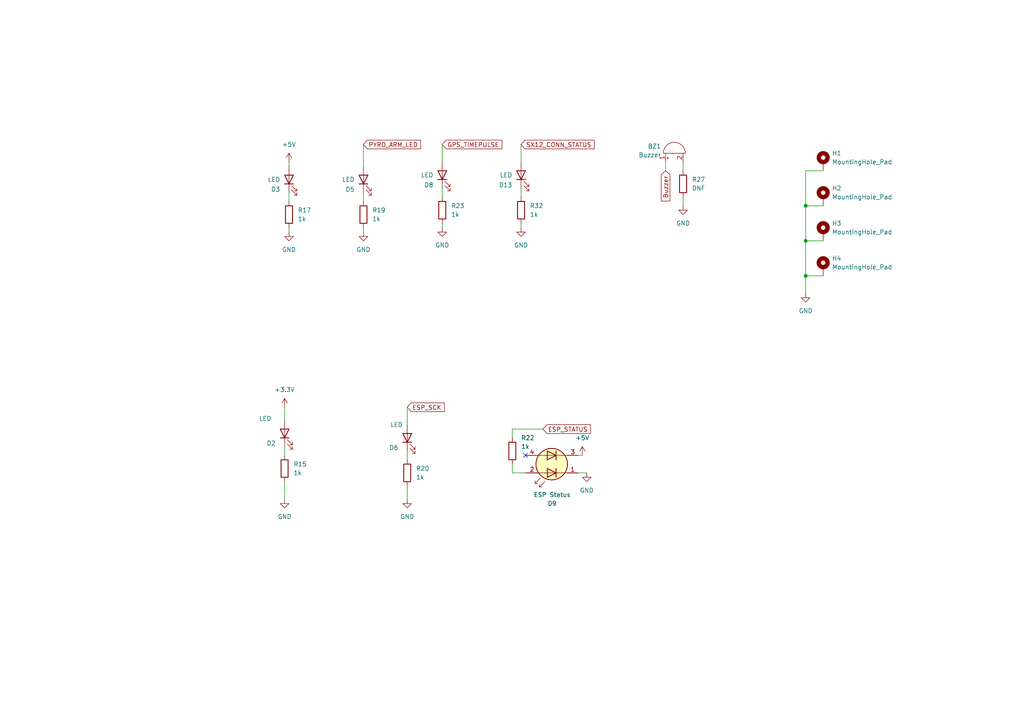
<source format=kicad_sch>
(kicad_sch (version 20231120) (generator "eeschema") (generator_version "8.0")
  (paper "A4")
  (lib_symbols
    (symbol "+5V_1" (power) (pin_numbers hide) (pin_names (offset 0) hide)
      (property "Value" "+5V" (at 0 3.556 0))
      (symbol "+5V_1_0_1"
        (polyline (pts (xy -0.762 1.27) (xy 0 2.54)))
        (polyline (pts (xy 0 0) (xy 0 2.54)))
        (polyline (pts (xy 0 2.54) (xy 0.762 1.27)))
      )
      (symbol "+5V_1_1_1"
        (pin power_in line (at 0 0 90) (length 0) (name "~") (number "1"))
      )
    )
    (symbol "Device:Buzzer" (pin_names (offset 0.0254) hide)
      (property "Reference" "BZ" (at 3.81 1.27 0))
      (property "Value" "Buzzer" (at 3.81 -1.27 0))
      (symbol "Buzzer_0_1"
        (arc (start 0 -3.175) (mid 3.1612 0) (end 0 3.175))
        (polyline (pts (xy -1.651 1.905) (xy -1.143 1.905)))
        (polyline (pts (xy -1.397 2.159) (xy -1.397 1.651)))
        (polyline (pts (xy 0 3.175) (xy 0 -3.175)))
      )
      (symbol "Buzzer_1_1"
        (pin passive line (at -2.54 2.54 0) (length 2.54) (name "+") (number "1"))
        (pin passive line (at -2.54 -2.54 0) (length 2.54) (name "-") (number "2"))
      )
    )
    (symbol "Device:LED" (pin_numbers hide) (pin_names (offset 1.016) hide)
      (property "Reference" "D" (at 0 2.54 0))
      (property "Value" "LED" (at 0 -2.54 0))
      (symbol "LED_0_1"
        (polyline (pts (xy -1.27 -1.27) (xy -1.27 1.27)) (stroke (width 0.254)))
        (polyline (pts (xy -1.27 0) (xy 1.27 0)))
        (polyline (pts (xy 1.27 -1.27) (xy 1.27 1.27) (xy -1.27 0) (xy 1.27 -1.27)) (stroke (width 0.254)))
        (polyline (pts (xy -3.048 -0.762) (xy -4.572 -2.286) (xy -3.81 -2.286) (xy -4.572 -2.286) (xy -4.572 -1.524)))
        (polyline (pts (xy -1.778 -0.762) (xy -3.302 -2.286) (xy -2.54 -2.286) (xy -3.302 -2.286) (xy -3.302 -1.524)))
      )
      (symbol "LED_1_1"
        (pin passive line (at -3.81 0 0) (length 2.54) (name "K") (number "1"))
        (pin passive line (at 3.81 0 180) (length 2.54) (name "A") (number "2"))
      )
    )
    (symbol "Device:LED_Dual_KAKA" (pin_names (offset 0) hide)
      (property "Reference" "D" (at 0 5.715 0))
      (property "Value" "LED_Dual_KAKA" (at 0 -6.35 0))
      (symbol "LED_Dual_KAKA_0_1"
        (polyline (pts (xy -5.08 -2.54) (xy 2.032 -2.54)))
        (polyline (pts (xy -5.08 2.54) (xy 2.032 2.54)))
        (polyline (pts (xy -1.27 -1.27) (xy -1.27 -3.81)) (stroke (width 0.254)))
        (polyline (pts (xy -1.27 3.81) (xy -1.27 1.27)) (stroke (width 0.254)))
        (polyline (pts (xy 3.81 -2.54) (xy 1.905 -2.54)))
        (polyline (pts (xy 3.81 2.54) (xy 1.905 2.54)))
        (polyline (pts (xy 1.27 -1.27) (xy 1.27 -3.81) (xy -1.27 -2.54) (xy 1.27 -1.27)) (stroke (width 0.254)))
        (polyline (pts (xy 1.27 3.81) (xy 1.27 1.27) (xy -1.27 2.54) (xy 1.27 3.81)) (stroke (width 0.254)))
        (polyline (pts (xy 2.032 5.08) (xy 3.556 6.604) (xy 2.794 6.604) (xy 3.556 6.604) (xy 3.556 5.842)))
        (polyline (pts (xy 3.302 4.064) (xy 4.826 5.588) (xy 4.064 5.588) (xy 4.826 5.588) (xy 4.826 4.826)))
        (circle (center 0 0) (radius 4.572) (stroke (width 0.254)) (fill (type background)))
      )
      (symbol "LED_Dual_KAKA_1_1"
        (pin input line (at -7.62 2.54 0) (length 3.048) (name "A1") (number "1"))
        (pin input line (at 7.62 2.54 180) (length 3.81) (name "K1") (number "2"))
        (pin input line (at -7.62 -2.54 0) (length 3.048) (name "A2") (number "3"))
        (pin input line (at 7.62 -2.54 180) (length 3.81) (name "K2") (number "4"))
      )
    )
    (symbol "Device:R" (pin_numbers hide) (pin_names (offset 0))
      (property "Reference" "R" (at 2.032 0 90))
      (property "Value" "R" (at 0 0 90))
      (symbol "R_0_1"
        (rectangle (start -1.016 -2.54) (end 1.016 2.54) (stroke (width 0.254)))
      )
      (symbol "R_1_1"
        (pin passive line (at 0 3.81 270) (length 1.27) (name "~") (number "1"))
        (pin passive line (at 0 -3.81 90) (length 1.27) (name "~") (number "2"))
      )
    )
    (symbol "Mechanical:MountingHole_Pad" (pin_numbers hide) (pin_names (offset 1.016) hide)
      (property "Reference" "H" (at 0 6.35 0))
      (property "Value" "MountingHole_Pad" (at 0 4.445 0))
      (symbol "MountingHole_Pad_0_1"
        (circle (center 0 1.27) (radius 1.27) (stroke (width 1.27)))
      )
      (symbol "MountingHole_Pad_1_1"
        (pin input line (at 0 -2.54 90) (length 2.54) (name "1") (number "1"))
      )
    )
    (symbol "power:+3.3V" (power) (pin_names (offset 0))
      (property "Value" "+3.3V" (at 0 3.556 0))
      (symbol "+3.3V_0_1"
        (polyline (pts (xy -0.762 1.27) (xy 0 2.54)))
        (polyline (pts (xy 0 0) (xy 0 2.54)))
        (polyline (pts (xy 0 2.54) (xy 0.762 1.27)))
      )
      (symbol "+3.3V_1_1"
        (pin power_in line (at 0 0 90) (length 0) hide (name "+3.3V") (number "1"))
      )
    )
    (symbol "power:+5V" (power) (pin_names (offset 0))
      (property "Value" "+5V" (at 0 3.556 0))
      (symbol "+5V_0_1"
        (polyline (pts (xy -0.762 1.27) (xy 0 2.54)))
        (polyline (pts (xy 0 0) (xy 0 2.54)))
        (polyline (pts (xy 0 2.54) (xy 0.762 1.27)))
      )
      (symbol "+5V_1_1"
        (pin power_in line (at 0 0 90) (length 0) hide (name "+5V") (number "1"))
      )
    )
    (symbol "power:GND" (power) (pin_names (offset 0))
      (property "Value" "GND" (at 0 -3.81 0))
      (symbol "GND_0_1"
        (polyline (pts (xy 0 0) (xy 0 -1.27) (xy 1.27 -1.27) (xy 0 -2.54) (xy -1.27 -1.27) (xy 0 -1.27)))
      )
      (symbol "GND_1_1"
        (pin power_in line (at 0 0 270) (length 0) hide (name "GND") (number "1"))
      )
    )
  )
  (junction (at 233.68 80.01))
  (junction (at 233.68 59.69))
  (junction (at 233.68 69.85))
  (no_connect (at 152.4 132.08))
  (wire (pts (xy 118.11 130.81) (xy 118.11 133.35)))
  (wire (pts (xy 83.82 67.31) (xy 83.82 66.04)))
  (wire (pts (xy 82.55 139.7) (xy 82.55 144.78)))
  (wire (pts (xy 238.76 59.69) (xy 233.68 59.69)))
  (wire (pts (xy 198.12 57.15) (xy 198.12 59.69)))
  (wire (pts (xy 105.41 67.31) (xy 105.41 66.04)))
  (wire (pts (xy 152.4 137.16) (xy 148.59 137.16)))
  (wire (pts (xy 82.55 129.54) (xy 82.55 132.08)))
  (wire (pts (xy 151.13 66.04) (xy 151.13 64.77)))
  (wire (pts (xy 238.76 69.85) (xy 233.68 69.85)))
  (wire (pts (xy 83.82 46.99) (xy 83.82 48.26)))
  (wire (pts (xy 233.68 80.01) (xy 233.68 85.09)))
  (wire (pts (xy 148.59 124.46) (xy 157.48 124.46)))
  (wire (pts (xy 148.59 127) (xy 148.59 124.46)))
  (wire (pts (xy 198.12 46.99) (xy 198.12 49.53)))
  (wire (pts (xy 233.68 80.01) (xy 238.76 80.01)))
  (wire (pts (xy 238.76 49.53) (xy 233.68 49.53)))
  (wire (pts (xy 128.27 41.91) (xy 128.27 46.99)))
  (wire (pts (xy 233.68 49.53) (xy 233.68 59.69)))
  (wire (pts (xy 151.13 41.91) (xy 151.13 46.99)))
  (wire (pts (xy 233.68 69.85) (xy 233.68 80.01)))
  (wire (pts (xy 128.27 66.04) (xy 128.27 64.77)))
  (wire (pts (xy 167.64 137.16) (xy 170.18 137.16)))
  (wire (pts (xy 148.59 137.16) (xy 148.59 134.62)))
  (wire (pts (xy 105.41 55.88) (xy 105.41 58.42)))
  (wire (pts (xy 83.82 55.88) (xy 83.82 58.42)))
  (wire (pts (xy 167.64 132.08) (xy 168.91 132.08)))
  (wire (pts (xy 82.55 118.11) (xy 82.55 121.92)))
  (wire (pts (xy 118.11 144.78) (xy 118.11 140.97)))
  (wire (pts (xy 105.41 41.91) (xy 105.41 48.26)))
  (wire (pts (xy 233.68 59.69) (xy 233.68 69.85)))
  (wire (pts (xy 128.27 54.61) (xy 128.27 57.15)))
  (wire (pts (xy 193.04 49.53) (xy 193.04 46.99)))
  (wire (pts (xy 151.13 54.61) (xy 151.13 57.15)))
  (wire (pts (xy 118.11 118.11) (xy 118.11 123.19)))
  (global_label "Buzzer" (shape input) (at 193.04 49.53 270) (property "Intersheetrefs" "${INTERSHEET_REFS}" (effects (hide yes))))
  (global_label "PYRO_ARM_LED" (shape input) (at 105.41 41.91 0) (property "Intersheetrefs" "${INTERSHEET_REFS}" (effects (hide yes))))
  (global_label "ESP_STATUS" (shape input) (at 157.48 124.46 0) (property "Intersheetrefs" "${INTERSHEET_REFS}" (effects (hide yes))))
  (global_label "ESP_SCK" (shape input) (at 118.11 118.11 0) (property "Intersheetrefs" "${INTERSHEET_REFS}" (effects (hide yes))))
  (global_label "GPS_TIMEPULSE" (shape input) (at 128.27 41.91 0) (property "Intersheetrefs" "${INTERSHEET_REFS}" (effects (hide yes))))
  (global_label "SX12_CONN_STATUS" (shape input) (at 151.13 41.91 0) (property "Intersheetrefs" "${INTERSHEET_REFS}" (effects (hide yes))))
  (symbol (lib_id "Device:R") (at 118.11 137.16 0) (unit 1)
    (property "Reference" "R20" (at 120.65 135.89 0) (effects (justify left)))
    (property "Value" "1k" (at 120.65 138.43 0) (effects (justify left)))
    (property "Footprint" "Resistor_SMD:R_0402_1005Metric" (effects (hide yes)))
  )
  (symbol (lib_id "Device:LED") (at 105.41 52.07 90) (unit 1)
    (property "Reference" "D5" (at 102.87 54.9275 90) (effects (justify left)))
    (property "Value" "LED" (at 102.87 52.07 90) (effects (justify left)))
    (property "Footprint" "LED_SMD:LED_0402_1005Metric" (effects (hide yes)))
  )
  (symbol (lib_id "power:GND") (at 118.11 144.78 0) (unit 1)
    (property "Reference" "#PWR030" (effects (hide yes)))
    (property "Value" "GND" (at 118.11 149.86 0))
  )
  (symbol (lib_id "Device:R") (at 82.55 135.89 0) (unit 1)
    (property "Reference" "R15" (at 85.09 134.62 0) (effects (justify left)))
    (property "Value" "1k" (at 85.09 137.16 0) (effects (justify left)))
    (property "Footprint" "Resistor_SMD:R_0402_1005Metric" (effects (hide yes)))
  )
  (symbol (lib_id "Device:LED") (at 83.82 52.07 90) (unit 1)
    (property "Reference" "D3" (at 81.28 54.9275 90) (effects (justify left)))
    (property "Value" "LED" (at 81.28 52.07 90) (effects (justify left)))
    (property "Footprint" "LED_SMD:LED_0402_1005Metric" (effects (hide yes)))
  )
  (symbol (lib_id "Mechanical:MountingHole_Pad") (at 238.76 67.31 0) (unit 1) (in_bom no)
    (property "Reference" "H3" (at 241.3 64.77 0) (effects (justify left)))
    (property "Value" "MountingHole_Pad" (at 241.3 67.31 0) (effects (justify left)))
    (property "Footprint" "MountingHole:MountingHole_2.7mm_M2.5_Pad_Via" (effects (hide yes)))
  )
  (symbol (lib_id "power:+3.3V") (at 82.55 118.11 0) (unit 1)
    (property "Reference" "#PWR020" (effects (hide yes)))
    (property "Value" "+3.3V" (at 82.55 113.03 0))
  )
  (symbol (lib_id "power:GND") (at 233.68 85.09 0) (unit 1)
    (property "Reference" "#PWR064" (effects (hide yes)))
    (property "Value" "GND" (at 233.68 90.17 0))
  )
  (symbol (lib_id "Device:LED") (at 82.55 125.73 90) (unit 1)
    (property "Reference" "D2" (at 80.01 128.5875 90) (effects (justify left)))
    (property "Value" "LED" (at 78.74 121.412 90) (effects (justify left)))
    (property "Footprint" "LED_SMD:LED_0402_1005Metric" (effects (hide yes)))
  )
  (symbol (lib_id "power:GND") (at 128.27 66.04 0) (unit 1)
    (property "Reference" "#PWR036" (effects (hide yes)))
    (property "Value" "GND" (at 128.27 71.12 0))
  )
  (symbol (lib_id "Device:R") (at 128.27 60.96 0) (unit 1)
    (property "Reference" "R23" (at 130.81 59.69 0) (effects (justify left)))
    (property "Value" "1k" (at 130.81 62.23 0) (effects (justify left)))
    (property "Footprint" "Resistor_SMD:R_0402_1005Metric" (effects (hide yes)))
  )
  (symbol (lib_id "Mechanical:MountingHole_Pad") (at 238.76 77.47 0) (unit 1) (in_bom no)
    (property "Reference" "H4" (at 241.3 74.93 0) (effects (justify left)))
    (property "Value" "MountingHole_Pad" (at 241.3 77.47 0) (effects (justify left)))
    (property "Footprint" "MountingHole:MountingHole_2.7mm_M2.5_Pad_Via" (effects (hide yes)))
  )
  (symbol (lib_id "power:GND") (at 82.55 144.78 0) (unit 1)
    (property "Reference" "#PWR097" (effects (hide yes)))
    (property "Value" "GND" (at 82.55 149.86 0))
  )
  (symbol (lib_id "Device:R") (at 148.59 130.81 0) (unit 1)
    (property "Reference" "R22" (at 151.13 127 0) (effects (justify left)))
    (property "Value" "1k" (at 151.13 129.54 0) (effects (justify left)))
    (property "Footprint" "Resistor_SMD:R_0402_1005Metric" (effects (hide yes)))
  )
  (symbol (lib_name "+5V_1") (lib_id "power:+5V") (at 83.82 46.99 0) (unit 1)
    (property "Reference" "#PWR096" (effects (hide yes)))
    (property "Value" "+5V" (at 83.82 41.91 0))
    (property "Description" "Power symbol creates a global label with name \"+5V\"" (effects (hide yes)))
  )
  (symbol (lib_id "power:GND") (at 198.12 59.69 0) (unit 1)
    (property "Reference" "#PWR053" (effects (hide yes)))
    (property "Value" "GND" (at 198.12 64.77 0))
  )
  (symbol (lib_id "Device:R") (at 83.82 62.23 0) (unit 1)
    (property "Reference" "R17" (at 86.36 60.96 0) (effects (justify left)))
    (property "Value" "1k" (at 86.36 63.5 0) (effects (justify left)))
    (property "Footprint" "Resistor_SMD:R_0402_1005Metric" (effects (hide yes)))
  )
  (symbol (lib_id "power:+5V") (at 168.91 132.08 0) (unit 1)
    (property "Reference" "#PWR042" (effects (hide yes)))
    (property "Value" "+5V" (at 168.91 127 0))
  )
  (symbol (lib_id "Device:LED") (at 128.27 50.8 90) (unit 1)
    (property "Reference" "D8" (at 125.73 53.6575 90) (effects (justify left)))
    (property "Value" "LED" (at 125.73 50.8 90) (effects (justify left)))
    (property "Footprint" "LED_SMD:LED_0402_1005Metric" (effects (hide yes)))
  )
  (symbol (lib_id "power:GND") (at 105.41 67.31 0) (unit 1)
    (property "Reference" "#PWR027" (effects (hide yes)))
    (property "Value" "GND" (at 105.41 72.39 0))
  )
  (symbol (lib_id "Device:R") (at 105.41 62.23 0) (unit 1)
    (property "Reference" "R19" (at 107.95 60.96 0) (effects (justify left)))
    (property "Value" "1k" (at 107.95 63.5 0) (effects (justify left)))
    (property "Footprint" "Resistor_SMD:R_0402_1005Metric" (effects (hide yes)))
  )
  (symbol (lib_id "power:GND") (at 170.18 137.16 0) (unit 1)
    (property "Reference" "#PWR044" (effects (hide yes)))
    (property "Value" "GND" (at 170.18 142.24 0))
  )
  (symbol (lib_id "Device:R") (at 198.12 53.34 0) (unit 1)
    (property "Reference" "R27" (at 200.66 52.07 0) (effects (justify left)))
    (property "Value" "DNF" (at 200.66 54.61 0) (effects (justify left)))
    (property "Footprint" "Resistor_SMD:R_0402_1005Metric" (effects (hide yes)))
  )
  (symbol (lib_id "Device:Buzzer") (at 195.58 44.45 90) (unit 1)
    (property "Reference" "BZ1" (at 191.77 42.4249 90) (effects (justify left)))
    (property "Value" "Buzzer" (at 191.77 44.9649 90) (effects (justify left)))
    (property "Footprint" "Buzzer_Beeper:Buzzer_CUI_CPT-9019S-SMT" (effects (hide yes)))
    (property "Datasheet" "https://www.cuidevices.com/product/resource/cpt-9019s-smt-tr.pdf" (effects (hide yes)))
    (property "Digikey" "https://www.digikey.in/en/products/detail/cui-devices/CPT-9019S-SMT-TR/6012432" (effects (hide yes)))
  )
  (symbol (lib_id "Device:LED_Dual_KAKA") (at 160.02 134.62 180) (unit 1)
    (property "Reference" "D9" (at 160.147 146.05 0))
    (property "Value" "ESP Status" (at 160.147 143.51 0))
    (property "Footprint" "RGBLEDs:IN-PI22TAT5R5G5B" (effects (hide yes)))
    (property "Datasheet" "https://www.inolux-corp.com/datasheet/SMDLED/Addressable%20LED/IN-PI33TBTPRPGPB_v1.2.pdf" (effects (hide yes)))
    (property "Digikey" "https://www.digikey.in/en/products/detail/inolux/IN-PI33TBTPRPGPB/9681238" (effects (hide yes)))
  )
  (symbol (lib_id "Device:LED") (at 151.13 50.8 90) (unit 1)
    (property "Reference" "D13" (at 148.59 53.6575 90) (effects (justify left)))
    (property "Value" "LED" (at 148.59 50.8 90) (effects (justify left)))
    (property "Footprint" "LED_SMD:LED_0402_1005Metric" (effects (hide yes)))
  )
  (symbol (lib_id "Mechanical:MountingHole_Pad") (at 238.76 57.15 0) (unit 1) (in_bom no)
    (property "Reference" "H2" (at 241.3 54.61 0) (effects (justify left)))
    (property "Value" "MountingHole_Pad" (at 241.3 57.15 0) (effects (justify left)))
    (property "Footprint" "MountingHole:MountingHole_2.7mm_M2.5_Pad_Via" (effects (hide yes)))
  )
  (symbol (lib_id "Device:R") (at 151.13 60.96 0) (unit 1)
    (property "Reference" "R32" (at 153.67 59.69 0) (effects (justify left)))
    (property "Value" "1k" (at 153.67 62.23 0) (effects (justify left)))
    (property "Footprint" "Resistor_SMD:R_0402_1005Metric" (effects (hide yes)))
  )
  (symbol (lib_id "power:GND") (at 151.13 66.04 0) (unit 1)
    (property "Reference" "#PWR038" (effects (hide yes)))
    (property "Value" "GND" (at 151.13 71.12 0))
  )
  (symbol (lib_id "Device:LED") (at 118.11 127 90) (unit 1)
    (property "Reference" "D6" (at 115.57 129.8575 90) (effects (justify left)))
    (property "Value" "LED" (at 116.84 123.19 90) (effects (justify left)))
    (property "Footprint" "LED_SMD:LED_0402_1005Metric" (effects (hide yes)))
  )
  (symbol (lib_id "power:GND") (at 83.82 67.31 0) (unit 1)
    (property "Reference" "#PWR021" (effects (hide yes)))
    (property "Value" "GND" (at 83.82 72.39 0))
  )
  (symbol (lib_id "Mechanical:MountingHole_Pad") (at 238.76 46.99 0) (unit 1) (in_bom no)
    (property "Reference" "H1" (at 241.3 44.45 0) (effects (justify left)))
    (property "Value" "MountingHole_Pad" (at 241.3 46.99 0) (effects (justify left)))
    (property "Footprint" "MountingHole:MountingHole_2.7mm_M2.5_Pad_Via" (effects (hide yes)))
  )
)
</source>
